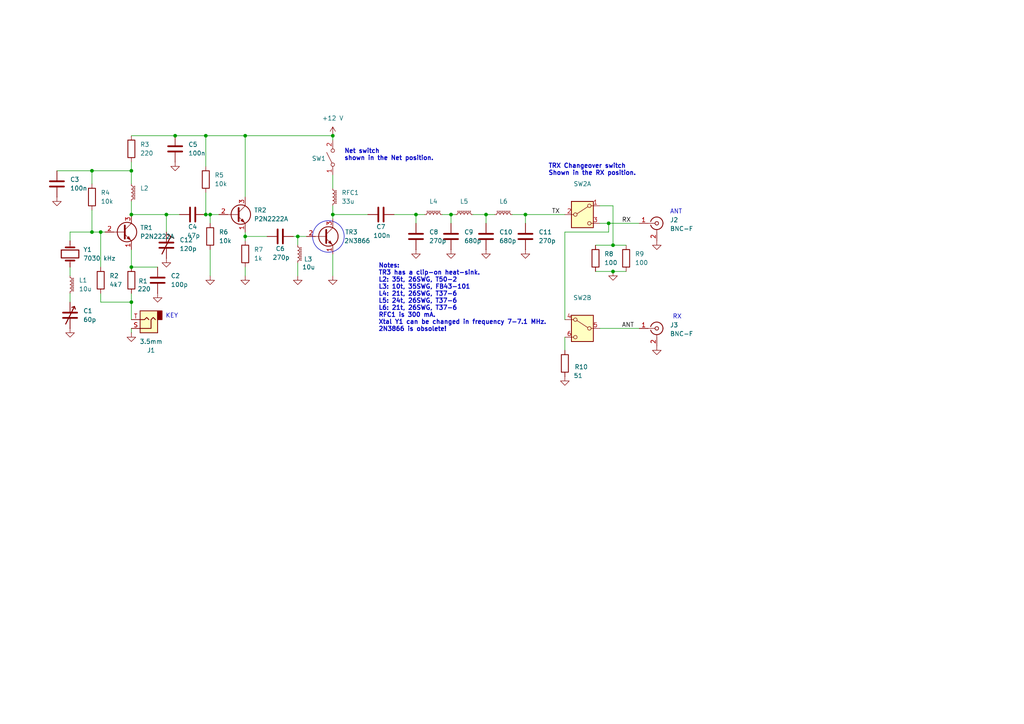
<source format=kicad_sch>
(kicad_sch (version 20250114) (generator "eeschema") (generator_version "9.0")
  (paper "A4")
  (title_block (title "40m QRP Transmitter") (date "2025-12-31") (rev "A"))
  (lib_symbols
    (symbol "Connector:Conn_Coaxial" (pin_names (offset 1.016) (hide yes))
      (property "Reference" "J" (at 0.254 3.048 0))
      (property "Value" "Conn_Coaxial" (at 2.921 0 90))
      (symbol "Conn_Coaxial_0_1"
        (polyline (pts (xy -2.54 0) (xy -0.508 0)))
        (arc (start 1.778 0) (mid 0.222 -1.8079) (end -1.778 -0.508) (stroke (width 0.254)))
        (arc (start -1.778 0.508) (mid 0.2221 1.8084) (end 1.778 0) (stroke (width 0.254)))
        (circle (center 0 0) (radius 0.508) (stroke (width 0.2032)))
        (polyline (pts (xy 0 -2.54) (xy 0 -1.778)))
      )
      (symbol "Conn_Coaxial_1_1"
        (pin passive line (at -5.08 0 0) (length 2.54) (name "In") (number "1"))
        (pin passive line (at 0 -5.08 90) (length 2.54) (name "Ext") (number "2"))
      )
    )
    (symbol "Connector_Audio:AudioJack2"
      (property "Reference" "J" (at 0 8.89 0))
      (property "Value" "AudioJack2" (at 0 6.35 0))
      (symbol "AudioJack2_0_1"
        (rectangle (start -3.81 0) (end -2.54 -2.54) (stroke (width 0.254)) (fill (type outline)))
        (rectangle (start -2.54 3.81) (end 2.54 -2.54) (stroke (width 0.254)) (fill (type background)))
        (polyline (pts (xy 0 0) (xy 0.635 -0.635) (xy 1.27 0) (xy 2.54 0)) (stroke (width 0.254)))
        (polyline (pts (xy 2.54 2.54) (xy -0.635 2.54) (xy -0.635 0) (xy -1.27 -0.635) (xy -1.905 0)) (stroke (width 0.254)))
      )
      (symbol "AudioJack2_1_1"
        (pin passive line (at 5.08 2.54 180) (length 2.54) (name "~") (number "S"))
        (pin passive line (at 5.08 0 180) (length 2.54) (name "~") (number "T"))
      )
    )
    (symbol "Device:C" (pin_numbers (hide yes)) (pin_names (offset 0.254))
      (property "Reference" "C" (at 0.635 2.54 0))
      (property "Value" "C" (at 0.635 -2.54 0))
      (symbol "C_0_1"
        (polyline (pts (xy -2.032 0.762) (xy 2.032 0.762)) (stroke (width 0.508)))
        (polyline (pts (xy -2.032 -0.762) (xy 2.032 -0.762)) (stroke (width 0.508)))
      )
      (symbol "C_1_1"
        (pin passive line (at 0 3.81 270) (length 2.794) (name "~") (number "1"))
        (pin passive line (at 0 -3.81 90) (length 2.794) (name "~") (number "2"))
      )
    )
    (symbol "Device:C_Trim" (pin_numbers (hide yes)) (pin_names (offset 0.254) (hide yes))
      (property "Reference" "C" (at 1.524 -2.032 0))
      (property "Value" "C_Trim" (at 3.048 -3.556 0))
      (symbol "C_Trim_0_1"
        (polyline (pts (xy -2.032 0.762) (xy 2.032 0.762)) (stroke (width 0.508)))
        (polyline (pts (xy -2.032 -0.762) (xy 2.032 -0.762)) (stroke (width 0.508)))
        (polyline (pts (xy 1.27 2.54) (xy -1.27 -2.54)) (stroke (width 0.3048)))
        (polyline (pts (xy 1.27 2.54) (xy 0.381 3.048)) (stroke (width 0.3048)))
        (polyline (pts (xy 1.27 2.54) (xy 2.159 2.032)) (stroke (width 0.3048)))
      )
      (symbol "C_Trim_1_1"
        (pin passive line (at 0 3.81 270) (length 3.048) (name "~") (number "1"))
        (pin passive line (at 0 -3.81 90) (length 3.048) (name "~") (number "2"))
      )
    )
    (symbol "Device:C_Variable" (pin_numbers (hide yes)) (pin_names (offset 0.254) (hide yes))
      (property "Reference" "C" (at 0.635 -1.905 0))
      (property "Value" "C_Variable" (at 0.635 -3.81 0))
      (symbol "C_Variable_0_1"
        (polyline (pts (xy -2.032 0.762) (xy 2.032 0.762)) (stroke (width 0.508)))
        (polyline (pts (xy -2.032 -0.762) (xy 2.032 -0.762)) (stroke (width 0.508)))
        (polyline (pts (xy 1.27 2.54) (xy -1.27 -2.54)) (stroke (width 0.3048)))
        (polyline (pts (xy 1.27 2.54) (xy 0.508 2.286)) (stroke (width 0.3048)))
        (polyline (pts (xy 1.27 2.54) (xy 1.524 1.778)) (stroke (width 0.3048)))
      )
      (symbol "C_Variable_1_1"
        (pin passive line (at 0 3.81 270) (length 3.048) (name "~") (number "1"))
        (pin passive line (at 0 -3.81 90) (length 3.048) (name "~") (number "2"))
      )
    )
    (symbol "Device:Crystal" (pin_numbers (hide yes)) (pin_names (offset 1.016) (hide yes))
      (property "Reference" "Y" (at 0 3.81 0))
      (property "Value" "Crystal" (at 0 -3.81 0))
      (symbol "Crystal_0_1"
        (polyline (pts (xy -2.54 0) (xy -1.905 0)))
        (polyline (pts (xy -1.905 -1.27) (xy -1.905 1.27)) (stroke (width 0.508)))
        (rectangle (start -1.143 2.54) (end 1.143 -2.54) (stroke (width 0.3048)))
        (polyline (pts (xy 1.905 -1.27) (xy 1.905 1.27)) (stroke (width 0.508)))
        (polyline (pts (xy 2.54 0) (xy 1.905 0)))
      )
      (symbol "Crystal_1_1"
        (pin passive line (at -3.81 0 0) (length 1.27) (name "1") (number "1"))
        (pin passive line (at 3.81 0 180) (length 1.27) (name "2") (number "2"))
      )
    )
    (symbol "Device:L_Ferrite_Small" (pin_numbers (hide yes)) (pin_names (offset 0.254) (hide yes))
      (property "Reference" "L" (at 1.27 1.016 0))
      (property "Value" "L_Ferrite_Small" (at 1.27 -1.27 0))
      (symbol "L_Ferrite_Small_0_1"
        (arc (start 0 2.032) (mid 0.5058 1.524) (end 0 1.016))
        (arc (start 0 1.016) (mid 0.5058 0.508) (end 0 0))
        (arc (start 0 0) (mid 0.5058 -0.508) (end 0 -1.016))
        (arc (start 0 -1.016) (mid 0.5058 -1.524) (end 0 -2.032))
        (polyline (pts (xy 0.762 1.651) (xy 0.762 1.905)))
        (polyline (pts (xy 0.762 1.143) (xy 0.762 1.397)))
        (polyline (pts (xy 0.762 0.635) (xy 0.762 0.889)))
        (polyline (pts (xy 0.762 0.127) (xy 0.762 0.381)))
        (polyline (pts (xy 0.762 -0.381) (xy 0.762 -0.127)))
        (polyline (pts (xy 0.762 -0.889) (xy 0.762 -0.635)))
        (polyline (pts (xy 0.762 -1.397) (xy 0.762 -1.143)))
        (polyline (pts (xy 0.762 -1.905) (xy 0.762 -1.651)))
        (polyline (pts (xy 1.016 1.905) (xy 1.016 1.651)))
        (polyline (pts (xy 1.016 1.397) (xy 1.016 1.143)))
        (polyline (pts (xy 1.016 0.889) (xy 1.016 0.635)))
        (polyline (pts (xy 1.016 0.381) (xy 1.016 0.127)))
        (polyline (pts (xy 1.016 -0.127) (xy 1.016 -0.381)))
        (polyline (pts (xy 1.016 -0.635) (xy 1.016 -0.889)))
        (polyline (pts (xy 1.016 -1.143) (xy 1.016 -1.397)))
        (polyline (pts (xy 1.016 -1.651) (xy 1.016 -1.905)))
      )
      (symbol "L_Ferrite_Small_1_1"
        (pin passive line (at 0 2.54 270) (length 0.508) (name "~") (number "1"))
        (pin passive line (at 0 -2.54 90) (length 0.508) (name "~") (number "2"))
      )
    )
    (symbol "Device:R" (pin_numbers (hide yes)) (pin_names (offset 0))
      (property "Reference" "R" (at 2.032 0 90))
      (property "Value" "R" (at 0 0 90))
      (symbol "R_0_1"
        (rectangle (start -1.016 -2.54) (end 1.016 2.54) (stroke (width 0.254)))
      )
      (symbol "R_1_1"
        (pin passive line (at 0 3.81 270) (length 1.27) (name "~") (number "1"))
        (pin passive line (at 0 -3.81 90) (length 1.27) (name "~") (number "2"))
      )
    )
    (symbol "Switch:SW_DPDT_x2" (pin_names (offset 0) (hide yes))
      (property "Reference" "SW" (at 0 5.08 0))
      (property "Value" "SW_DPDT_x2" (at 0 -5.08 0))
      (symbol "SW_DPDT_x2_0_0"
        (circle (center -2.032 0) (radius 0.508))
        (circle (center 2.032 -2.54) (radius 0.508))
      )
      (symbol "SW_DPDT_x2_0_1"
        (rectangle (start -3.175 3.81) (end 3.175 -3.81) (stroke (width 0.254)) (fill (type background)))
        (polyline (pts (xy -1.524 0.254) (xy 1.5748 2.286)))
        (circle (center 2.032 2.54) (radius 0.508))
      )
      (symbol "SW_DPDT_x2_1_1"
        (pin passive line (at -5.08 0 0) (length 2.54) (name "B") (number "2"))
        (pin passive line (at 5.08 2.54 180) (length 2.54) (name "A") (number "1"))
        (pin passive line (at 5.08 -2.54 180) (length 2.54) (name "C") (number "3"))
      )
      (symbol "SW_DPDT_x2_2_1"
        (pin passive line (at -5.08 0 0) (length 2.54) (name "B") (number "5"))
        (pin passive line (at 5.08 2.54 180) (length 2.54) (name "A") (number "4"))
        (pin passive line (at 5.08 -2.54 180) (length 2.54) (name "C") (number "6"))
      )
    )
    (symbol "Switch:SW_SPST" (pin_names (offset 0) (hide yes))
      (property "Reference" "SW" (at 0 3.175 0))
      (property "Value" "SW_SPST" (at 0 -2.54 0))
      (symbol "SW_SPST_0_0"
        (circle (center -2.032 0) (radius 0.508))
        (polyline (pts (xy -1.524 0.254) (xy 1.524 1.778)))
        (circle (center 2.032 0) (radius 0.508))
      )
      (symbol "SW_SPST_1_1"
        (pin passive line (at -5.08 0 0) (length 2.54) (name "A") (number "1"))
        (pin passive line (at 5.08 0 180) (length 2.54) (name "B") (number "2"))
      )
    )
    (symbol "Transistor_BJT:2N3904" (pin_names (offset 0) (hide yes))
      (property "Reference" "Q" (at 5.08 1.905 0))
      (property "Value" "2N3904" (at 5.08 0 0))
      (symbol "2N3904_0_1"
        (polyline (pts (xy -2.54 0) (xy 0.635 0)))
        (polyline (pts (xy 0.635 1.905) (xy 0.635 -1.905)) (stroke (width 0.508)))
        (circle (center 1.27 0) (radius 2.8194) (stroke (width 0.254)))
      )
      (symbol "2N3904_1_1"
        (polyline (pts (xy 0.635 0.635) (xy 2.54 2.54)))
        (polyline (pts (xy 0.635 -0.635) (xy 2.54 -2.54)))
        (polyline (pts (xy 1.27 -1.778) (xy 1.778 -1.27) (xy 2.286 -2.286) (xy 1.27 -1.778)) (fill (type outline)))
        (pin input line (at -5.08 0 0) (length 2.54) (name "B") (number "2"))
        (pin passive line (at 2.54 5.08 270) (length 2.54) (name "C") (number "3"))
        (pin passive line (at 2.54 -5.08 90) (length 2.54) (name "E") (number "1"))
      )
    )
    (symbol "power:GND" (power) (pin_numbers (hide yes)) (pin_names (offset 0) (hide yes))
      (property "Value" "GND" (at 0 -3.81 0))
      (symbol "GND_0_1"
        (polyline (pts (xy 0 0) (xy 0 -1.27) (xy 1.27 -1.27) (xy 0 -2.54) (xy -1.27 -1.27) (xy 0 -1.27)))
      )
      (symbol "GND_1_1"
        (pin power_in line (at 0 0 270) (length 0) (name "~") (number "1"))
      )
    )
    (symbol "power:VCC" (power) (pin_numbers (hide yes)) (pin_names (offset 0) (hide yes))
      (property "Value" "VCC" (at 0 3.556 0))
      (symbol "VCC_0_1"
        (polyline (pts (xy -0.762 1.27) (xy 0 2.54)))
        (polyline (pts (xy 0 2.54) (xy 0.762 1.27)))
        (polyline (pts (xy 0 0) (xy 0 2.54)))
      )
      (symbol "VCC_1_1"
        (pin power_in line (at 0 0 90) (length 0) (name "~") (number "1"))
      )
    )
    (symbol "qrp_tx_Library:2N3866" (pin_names (offset 0) (hide yes))
      (property "Reference" "TR" (at 5.08 1.905 0))
      (property "Value" "2N3866" (at 5.08 0 0))
      (symbol "2N3866_0_1"
        (polyline (pts (xy -2.54 0) (xy 0.635 0)))
        (polyline (pts (xy 0.635 1.905) (xy 0.635 -1.905)) (stroke (width 0.508)))
        (circle (center 1.27 0) (radius 2.8194) (stroke (width 0.254)))
      )
      (symbol "2N3866_1_1"
        (polyline (pts (xy 0.635 0.635) (xy 2.54 2.54)))
        (polyline (pts (xy 0.635 -0.635) (xy 2.54 -2.54)))
        (polyline (pts (xy 1.27 -1.778) (xy 1.778 -1.27) (xy 2.286 -2.286) (xy 1.27 -1.778)) (fill (type outline)))
        (pin input line (at -5.08 0 0) (length 2.54) (name "B") (number "2"))
        (pin passive line (at 2.54 5.08 270) (length 2.54) (name "C") (number "3"))
        (pin passive line (at 2.54 -5.08 90) (length 2.54) (name "E") (number "1"))
      )
    )
  )
  (circle (center 95.25 68.58) (radius 4.5791))
  (text "Notes:\nTR3 has a clip-on heat-sink.\nL2: 35t, 26SWG, T50-2\nL3: 10t, 35SWG, FB43-101\nL4: 21t, 26SWG, T37-6\nL5: 24t, 26SWG, T37-6\nL6: 21t, 26SWG, T37-6\nRFC1 is 300 mA.\nXtal Y1 can be changed in frequency 7-7.1 MHz.\n2N3866 is obsolete!" (at 109.728 86.36 0) (effects (font (size 1.27 1.27) (thickness 0.254) (bold yes)) (justify left)))
  (text "Net switch\nshown in the Net position." (at 99.822 44.958 0) (effects (font (size 1.27 1.27) (thickness 0.254) (bold yes)) (justify left)))
  (text "KEY" (at 48.006 91.694 0) (effects (font (size 1.27 1.27)) (justify left)))
  (text "ANT" (at 194.31 61.468 0) (effects (font (size 1.27 1.27)) (justify left)))
  (text "TRX Changeover switch\nShown in the RX position." (at 159.004 49.276 0) (effects (font (size 1.27 1.27) (thickness 0.254) (bold yes)) (justify left)))
  (text "RX" (at 195.072 91.948 0) (effects (font (size 1.27 1.27)) (justify left)))
  (junction (at 48.26 62.23))
  (junction (at 26.67 67.31))
  (junction (at 60.96 62.23))
  (junction (at 38.1 62.23))
  (junction (at 177.8 71.12))
  (junction (at 96.52 62.23))
  (junction (at 38.1 87.63))
  (junction (at 38.1 49.53))
  (junction (at 26.67 49.53))
  (junction (at 71.12 39.37))
  (junction (at 140.97 62.23))
  (junction (at 38.1 77.47))
  (junction (at 176.53 64.77))
  (junction (at 86.36 68.58))
  (junction (at 120.65 62.23))
  (junction (at 59.69 62.23))
  (junction (at 130.81 62.23))
  (junction (at 71.12 68.58))
  (junction (at 59.69 39.37))
  (junction (at 96.52 39.37))
  (junction (at 152.4 62.23))
  (junction (at 50.8 39.37))
  (junction (at 29.21 67.31))
  (junction (at 177.8 78.74))
  (wire (pts (xy 140.97 62.23) (xy 140.97 64.77)))
  (wire (pts (xy 60.96 62.23) (xy 63.5 62.23)))
  (wire (pts (xy 29.21 67.31) (xy 26.67 67.31)))
  (wire (pts (xy 96.52 50.8) (xy 96.52 54.61)))
  (wire (pts (xy 177.8 78.74) (xy 181.61 78.74)))
  (wire (pts (xy 20.32 85.09) (xy 20.32 87.63)))
  (wire (pts (xy 96.52 59.69) (xy 96.52 62.23)))
  (wire (pts (xy 38.1 72.39) (xy 38.1 77.47)))
  (wire (pts (xy 29.21 85.09) (xy 29.21 87.63)))
  (wire (pts (xy 26.67 60.96) (xy 26.67 67.31)))
  (wire (pts (xy 48.26 62.23) (xy 52.07 62.23)))
  (wire (pts (xy 38.1 85.09) (xy 38.1 87.63)))
  (wire (pts (xy 48.26 62.23) (xy 48.26 67.31)))
  (wire (pts (xy 177.8 59.69) (xy 177.8 71.12)))
  (wire (pts (xy 86.36 68.58) (xy 88.9 68.58)))
  (wire (pts (xy 152.4 62.23) (xy 163.83 62.23)))
  (wire (pts (xy 29.21 87.63) (xy 38.1 87.63)))
  (wire (pts (xy 163.83 67.31) (xy 176.53 67.31)))
  (wire (pts (xy 172.72 78.74) (xy 177.8 78.74)))
  (wire (pts (xy 176.53 64.77) (xy 185.42 64.77)))
  (wire (pts (xy 148.59 62.23) (xy 152.4 62.23)))
  (wire (pts (xy 96.52 73.66) (xy 96.52 80.01)))
  (wire (pts (xy 173.99 95.25) (xy 185.42 95.25)))
  (wire (pts (xy 59.69 62.23) (xy 60.96 62.23)))
  (wire (pts (xy 137.16 62.23) (xy 140.97 62.23)))
  (wire (pts (xy 20.32 67.31) (xy 20.32 69.85)))
  (wire (pts (xy 26.67 49.53) (xy 38.1 49.53)))
  (wire (pts (xy 173.99 59.69) (xy 177.8 59.69)))
  (wire (pts (xy 38.1 95.25) (xy 38.1 96.52)))
  (wire (pts (xy 38.1 62.23) (xy 48.26 62.23)))
  (wire (pts (xy 71.12 39.37) (xy 96.52 39.37)))
  (wire (pts (xy 38.1 46.99) (xy 38.1 49.53)))
  (wire (pts (xy 16.51 49.53) (xy 26.67 49.53)))
  (wire (pts (xy 163.83 92.71) (xy 163.83 67.31)))
  (wire (pts (xy 96.52 62.23) (xy 96.52 63.5)))
  (wire (pts (xy 71.12 80.01) (xy 71.12 77.47)))
  (wire (pts (xy 176.53 67.31) (xy 176.53 64.77)))
  (wire (pts (xy 26.67 53.34) (xy 26.67 49.53)))
  (wire (pts (xy 59.69 39.37) (xy 50.8 39.37)))
  (wire (pts (xy 50.8 39.37) (xy 38.1 39.37)))
  (wire (pts (xy 71.12 39.37) (xy 59.69 39.37)))
  (wire (pts (xy 120.65 62.23) (xy 120.65 64.77)))
  (wire (pts (xy 59.69 55.88) (xy 59.69 62.23)))
  (wire (pts (xy 128.27 62.23) (xy 130.81 62.23)))
  (wire (pts (xy 114.3 62.23) (xy 120.65 62.23)))
  (wire (pts (xy 60.96 62.23) (xy 60.96 64.77)))
  (wire (pts (xy 152.4 62.23) (xy 152.4 64.77)))
  (wire (pts (xy 130.81 62.23) (xy 130.81 64.77)))
  (wire (pts (xy 163.83 97.79) (xy 163.83 101.6)))
  (wire (pts (xy 29.21 67.31) (xy 29.21 77.47)))
  (wire (pts (xy 71.12 39.37) (xy 71.12 57.15)))
  (wire (pts (xy 71.12 68.58) (xy 71.12 69.85)))
  (wire (pts (xy 85.09 68.58) (xy 86.36 68.58)))
  (wire (pts (xy 71.12 68.58) (xy 77.47 68.58)))
  (wire (pts (xy 30.48 67.31) (xy 29.21 67.31)))
  (wire (pts (xy 38.1 77.47) (xy 45.72 77.47)))
  (wire (pts (xy 86.36 71.12) (xy 86.36 68.58)))
  (wire (pts (xy 140.97 62.23) (xy 143.51 62.23)))
  (wire (pts (xy 173.99 64.77) (xy 176.53 64.77)))
  (wire (pts (xy 172.72 71.12) (xy 177.8 71.12)))
  (wire (pts (xy 130.81 62.23) (xy 132.08 62.23)))
  (wire (pts (xy 177.8 71.12) (xy 181.61 71.12)))
  (wire (pts (xy 86.36 76.2) (xy 86.36 80.01)))
  (wire (pts (xy 38.1 49.53) (xy 38.1 53.34)))
  (wire (pts (xy 38.1 92.71) (xy 38.1 87.63)))
  (wire (pts (xy 26.67 67.31) (xy 20.32 67.31)))
  (wire (pts (xy 96.52 62.23) (xy 106.68 62.23)))
  (wire (pts (xy 96.52 39.37) (xy 96.52 40.64)))
  (wire (pts (xy 60.96 72.39) (xy 60.96 80.01)))
  (wire (pts (xy 71.12 67.31) (xy 71.12 68.58)))
  (wire (pts (xy 20.32 80.01) (xy 20.32 77.47)))
  (wire (pts (xy 59.69 48.26) (xy 59.69 39.37)))
  (wire (pts (xy 38.1 58.42) (xy 38.1 62.23)))
  (wire (pts (xy 120.65 62.23) (xy 123.19 62.23)))
  (label "RX" (at 180.34 64.77 0))
  (label "TX" (at 160.02 62.23 0))
  (label "ANT" (at 180.34 95.25 0))
  (symbol (lib_id "Device:C") (at 110.49 62.23 90) (unit 1)
    (property "Reference" "C7" (at 110.49 65.786 90))
    (property "Value" "100n" (at 110.744 68.326 90))
    (property "Description" "Unpolarized capacitor" (effects (hide yes)))
  )
  (symbol (lib_id "Device:C_Variable") (at 20.32 91.44 0) (unit 1)
    (property "Reference" "C1" (at 24.13 90.1699 0) (effects (justify left)))
    (property "Value" "60p" (at 24.13 92.7099 0) (effects (justify left)))
    (property "Description" "Variable capacitor" (effects (hide yes)))
  )
  (symbol (lib_id "power:GND") (at 20.32 95.25 0) (unit 1)
    (property "Reference" "#PWR01" (effects (hide yes)))
    (property "Value" "GND" (effects (hide yes)))
    (property "Description" "Power symbol creates a global label with name \"GND\" , ground" (effects (hide yes)))
  )
  (symbol (lib_id "Device:L_Ferrite_Small") (at 134.62 62.23 90) (unit 1)
    (property "Reference" "L5" (at 134.62 58.42 90))
    (property "Value" "10u" (effects (hide yes)))
    (property "Description" "24t 26SWG, T37-6" (effects (hide yes)))
  )
  (symbol (lib_id "Device:C_Trim") (at 48.26 71.12 0) (unit 1)
    (property "Reference" "C12" (at 52.07 69.5959 0) (effects (justify left)))
    (property "Value" "120p" (at 52.07 72.1359 0) (effects (justify left)))
    (property "Description" "Trimmable capacitor" (effects (hide yes)))
  )
  (symbol (lib_id "power:GND") (at 152.4 72.39 0) (unit 1)
    (property "Reference" "#PWR011" (effects (hide yes)))
    (property "Value" "GND" (effects (hide yes)))
    (property "Description" "Power symbol creates a global label with name \"GND\" , ground" (effects (hide yes)))
  )
  (symbol (lib_id "Device:R") (at 71.12 73.66 0) (unit 1)
    (property "Reference" "R7" (at 73.66 72.3899 0) (effects (justify left)))
    (property "Value" "1k" (at 73.66 74.9299 0) (effects (justify left)))
    (property "Description" "Resistor" (effects (hide yes)))
  )
  (symbol (lib_id "Connector_Audio:AudioJack2") (at 43.18 92.71 180) (unit 1)
    (property "Reference" "J1" (at 43.815 101.6 0))
    (property "Value" "3.5mm" (at 43.815 99.06 0))
    (property "Description" "Audio Jack, 2 Poles (Mono / TS)" (effects (hide yes)))
  )
  (symbol (lib_id "Device:C") (at 130.81 68.58 0) (unit 1)
    (property "Reference" "C9" (at 134.62 67.3099 0) (effects (justify left)))
    (property "Value" "680p" (at 134.62 69.8499 0) (effects (justify left)))
    (property "Description" "Unpolarized capacitor" (effects (hide yes)))
  )
  (symbol (lib_id "power:GND") (at 140.97 72.39 0) (unit 1)
    (property "Reference" "#PWR010" (effects (hide yes)))
    (property "Value" "GND" (effects (hide yes)))
    (property "Description" "Power symbol creates a global label with name \"GND\" , ground" (effects (hide yes)))
  )
  (symbol (lib_id "Switch:SW_DPDT_x2") (at 168.91 95.25 0) (mirror y) (unit 2)
    (property "Reference" "SW2" (at 168.91 86.36 0))
    (property "Value" "SW_DPDT_x2" (effects (hide yes)))
    (property "Description" "Switch, dual pole double throw, separate symbols" (effects (hide yes)))
  )
  (symbol (lib_id "power:GND") (at 45.72 85.09 0) (unit 1)
    (property "Reference" "#PWR02" (effects (hide yes)))
    (property "Value" "GND" (effects (hide yes)))
    (property "Description" "Power symbol creates a global label with name \"GND\" , ground" (effects (hide yes)))
  )
  (symbol (lib_id "power:GND") (at 96.52 80.01 0) (unit 1)
    (property "Reference" "#PWR07" (effects (hide yes)))
    (property "Value" "GND" (effects (hide yes)))
    (property "Description" "Power symbol creates a global label with name \"GND\" , ground" (effects (hide yes)))
  )
  (symbol (lib_id "Switch:SW_SPST") (at 96.52 45.72 90) (unit 1)
    (property "Reference" "SW1" (at 90.424 45.974 90) (effects (justify right)))
    (property "Value" "SW_SPST" (effects (hide yes)))
    (property "Description" "Single Pole Single Throw (SPST) switch" (effects (hide yes)))
  )
  (symbol (lib_id "qrp_tx_Library:2N3866") (at 93.98 68.58 0) (unit 1)
    (property "Reference" "TR3" (at 100.076 67.31 0) (effects (justify left)))
    (property "Value" "2N3866" (at 99.822 69.85 0) (effects (justify left)))
    (property "Footprint" "Package_TO_SOT_THT:TO-39-3" (effects (hide yes)))
    (property "Datasheet" "https://www.lcsc.com/datasheet/C17216354.pdf" (effects (hide yes)))
    (property "Description" "RF 55V VCEbr NPN Transistor, TO-39" (effects (hide yes)))
  )
  (symbol (lib_id "Device:C") (at 81.28 68.58 90) (unit 1)
    (property "Reference" "C6" (at 81.28 72.136 90))
    (property "Value" "270p" (at 81.534 74.676 90))
    (property "Description" "Unpolarized capacitor" (effects (hide yes)))
  )
  (symbol (lib_id "Device:R") (at 59.69 52.07 0) (unit 1)
    (property "Reference" "R5" (at 62.23 50.7999 0) (effects (justify left)))
    (property "Value" "10k" (at 62.23 53.3399 0) (effects (justify left)))
    (property "Description" "Resistor" (effects (hide yes)))
  )
  (symbol (lib_id "Transistor_BJT:2N3904") (at 35.56 67.31 0) (unit 1)
    (property "Reference" "TR1" (at 40.64 66.0399 0) (effects (justify left)))
    (property "Value" "P2N2222A" (at 40.64 68.5799 0) (effects (justify left)))
    (property "Footprint" "Package_TO_SOT_THT:TO-92_Inline" (effects (hide yes)))
    (property "Datasheet" "https://www.onsemi.com/products/discrete-power-modules/general-purpose-and-low-vcesat-transistors/p2n2222a" (effects (hide yes)))
    (property "Description" "Small Signal NPN Transistor, TO-92" (effects (hide yes)))
  )
  (symbol (lib_id "Device:C") (at 152.4 68.58 0) (unit 1)
    (property "Reference" "C11" (at 156.21 67.3099 0) (effects (justify left)))
    (property "Value" "270p" (at 156.21 69.8499 0) (effects (justify left)))
    (property "Description" "Unpolarized capacitor" (effects (hide yes)))
  )
  (symbol (lib_id "Device:C") (at 55.88 62.23 90) (unit 1)
    (property "Reference" "C4" (at 55.88 65.786 90))
    (property "Value" "47p" (at 56.134 68.326 90))
    (property "Description" "Unpolarized capacitor" (effects (hide yes)))
  )
  (symbol (lib_id "Device:C") (at 50.8 43.18 0) (unit 1)
    (property "Reference" "C5" (at 54.61 41.9099 0) (effects (justify left)))
    (property "Value" "100n" (at 54.61 44.4499 0) (effects (justify left)))
    (property "Description" "Unpolarized capacitor" (effects (hide yes)))
  )
  (symbol (lib_id "power:GND") (at 71.12 80.01 0) (unit 1)
    (property "Reference" "#PWR018" (effects (hide yes)))
    (property "Value" "GND" (effects (hide yes)))
    (property "Description" "Power symbol creates a global label with name \"GND\" , ground" (effects (hide yes)))
  )
  (symbol (lib_id "power:GND") (at 190.5 69.85 0) (unit 1)
    (property "Reference" "#PWR012" (effects (hide yes)))
    (property "Value" "GND" (effects (hide yes)))
    (property "Description" "Power symbol creates a global label with name \"GND\" , ground" (effects (hide yes)))
  )
  (symbol (lib_id "Device:R") (at 38.1 81.28 0) (unit 1)
    (property "Reference" "R1" (at 40.132 81.534 0) (effects (justify left)))
    (property "Value" "220" (at 39.878 83.82 0) (effects (justify left)))
    (property "Description" "Resistor" (effects (hide yes)))
  )
  (symbol (lib_id "power:GND") (at 177.8 78.74 0) (unit 1)
    (property "Reference" "#PWR013" (effects (hide yes)))
    (property "Value" "GND" (effects (hide yes)))
    (property "Description" "Power symbol creates a global label with name \"GND\" , ground" (effects (hide yes)))
  )
  (symbol (lib_id "Device:L_Ferrite_Small") (at 96.52 57.15 0) (unit 1)
    (property "Reference" "RFC1" (at 99.06 55.8799 0) (effects (justify left)))
    (property "Value" "33u" (at 99.06 58.4199 0) (effects (justify left)))
    (property "Description" "RF choke" (effects (hide yes)))
  )
  (symbol (lib_id "Device:R") (at 181.61 74.93 0) (unit 1)
    (property "Reference" "R9" (at 184.15 73.6599 0) (effects (justify left)))
    (property "Value" "100" (at 184.15 76.1999 0) (effects (justify left)))
    (property "Description" "2 W non-wirewound" (effects (hide yes)))
  )
  (symbol (lib_id "power:GND") (at 120.65 72.39 0) (unit 1)
    (property "Reference" "#PWR08" (effects (hide yes)))
    (property "Value" "GND" (effects (hide yes)))
    (property "Description" "Power symbol creates a global label with name \"GND\" , ground" (effects (hide yes)))
  )
  (symbol (lib_id "Device:L_Ferrite_Small") (at 20.32 82.55 0) (unit 1)
    (property "Reference" "L1" (at 22.86 81.2799 0) (effects (justify left)))
    (property "Value" "10u" (at 22.86 83.8199 0) (effects (justify left)))
    (property "Description" "RF choke" (effects (hide yes)))
  )
  (symbol (lib_id "Connector:Conn_Coaxial") (at 190.5 64.77 0) (unit 1)
    (property "Reference" "J2" (at 194.31 63.7931 0) (effects (justify left)))
    (property "Value" "BNC-F" (at 194.31 66.3331 0) (effects (justify left)))
    (property "Description" "coaxial connector (BNC, SMA, SMB, SMC, Cinch/RCA, LEMO, ...)" (effects (hide yes)))
  )
  (symbol (lib_id "Device:R") (at 26.67 57.15 0) (unit 1)
    (property "Reference" "R4" (at 29.21 55.8799 0) (effects (justify left)))
    (property "Value" "10k" (at 29.21 58.4199 0) (effects (justify left)))
    (property "Description" "Resistor" (effects (hide yes)))
  )
  (symbol (lib_id "power:GND") (at 190.5 100.33 0) (unit 1)
    (property "Reference" "#PWR014" (effects (hide yes)))
    (property "Value" "GND" (effects (hide yes)))
    (property "Description" "Power symbol creates a global label with name \"GND\" , ground" (effects (hide yes)))
  )
  (symbol (lib_id "power:GND") (at 86.36 80.01 0) (unit 1)
    (property "Reference" "#PWR019" (effects (hide yes)))
    (property "Value" "GND" (effects (hide yes)))
    (property "Description" "Power symbol creates a global label with name \"GND\" , ground" (effects (hide yes)))
  )
  (symbol (lib_id "Device:L_Ferrite_Small") (at 38.1 55.88 0) (unit 1)
    (property "Reference" "L2" (at 40.64 54.6099 0) (effects (justify left)))
    (property "Value" "5.4u" (effects (hide yes)))
    (property "Description" "35t 26SWG on T50-2" (effects (hide yes)))
  )
  (symbol (lib_id "Device:Crystal") (at 20.32 73.66 90) (unit 1)
    (property "Reference" "Y1" (at 24.13 72.3899 90) (effects (justify right)))
    (property "Value" "7030 kHz" (at 24.13 74.9299 90) (effects (justify right)))
    (property "Description" "Two pin crystal" (effects (hide yes)))
  )
  (symbol (lib_id "Device:R") (at 172.72 74.93 0) (unit 1)
    (property "Reference" "R8" (at 175.26 73.6599 0) (effects (justify left)))
    (property "Value" "100" (at 175.26 76.1999 0) (effects (justify left)))
    (property "Description" "2 W non-wirewound" (effects (hide yes)))
  )
  (symbol (lib_id "Device:R") (at 60.96 68.58 0) (unit 1)
    (property "Reference" "R6" (at 63.5 67.3099 0) (effects (justify left)))
    (property "Value" "10k" (at 63.5 69.8499 0) (effects (justify left)))
    (property "Description" "Resistor" (effects (hide yes)))
  )
  (symbol (lib_id "power:VCC") (at 96.52 39.37 0) (unit 1)
    (property "Reference" "#PWR017" (effects (hide yes)))
    (property "Value" "+12 V" (at 96.52 34.29 0))
    (property "Description" "Power symbol creates a global label with name \"VCC\"" (effects (hide yes)))
  )
  (symbol (lib_id "Device:C") (at 140.97 68.58 0) (unit 1)
    (property "Reference" "C10" (at 144.78 67.3099 0) (effects (justify left)))
    (property "Value" "680p" (at 144.78 69.8499 0) (effects (justify left)))
    (property "Description" "Unpolarized capacitor" (effects (hide yes)))
  )
  (symbol (lib_id "Device:L_Ferrite_Small") (at 86.36 73.66 0) (unit 1)
    (property "Reference" "L3" (at 88.138 75.184 0) (effects (justify left)))
    (property "Value" "10u" (at 87.63 77.47 0) (effects (justify left)))
    (property "Description" "RF choke" (effects (hide yes)))
  )
  (symbol (lib_id "Device:R") (at 38.1 43.18 0) (unit 1)
    (property "Reference" "R3" (at 40.64 41.9099 0) (effects (justify left)))
    (property "Value" "220" (at 40.64 44.4499 0) (effects (justify left)))
    (property "Description" "Resistor" (effects (hide yes)))
  )
  (symbol (lib_id "power:GND") (at 48.26 74.93 0) (unit 1)
    (property "Reference" "#PWR016" (effects (hide yes)))
    (property "Value" "GND" (effects (hide yes)))
    (property "Description" "Power symbol creates a global label with name \"GND\" , ground" (effects (hide yes)))
  )
  (symbol (lib_id "power:GND") (at 50.8 46.99 0) (unit 1)
    (property "Reference" "#PWR06" (effects (hide yes)))
    (property "Value" "GND" (effects (hide yes)))
    (property "Description" "Power symbol creates a global label with name \"GND\" , ground" (effects (hide yes)))
  )
  (symbol (lib_id "power:GND") (at 60.96 80.01 0) (unit 1)
    (property "Reference" "#PWR05" (effects (hide yes)))
    (property "Value" "GND" (effects (hide yes)))
    (property "Description" "Power symbol creates a global label with name \"GND\" , ground" (effects (hide yes)))
  )
  (symbol (lib_id "power:GND") (at 130.81 72.39 0) (unit 1)
    (property "Reference" "#PWR09" (effects (hide yes)))
    (property "Value" "GND" (effects (hide yes)))
    (property "Description" "Power symbol creates a global label with name \"GND\" , ground" (effects (hide yes)))
  )
  (symbol (lib_id "Device:C") (at 45.72 81.28 0) (unit 1)
    (property "Reference" "C2" (at 49.53 80.0099 0) (effects (justify left)))
    (property "Value" "100p" (at 49.53 82.5499 0) (effects (justify left)))
    (property "Description" "Unpolarized capacitor" (effects (hide yes)))
  )
  (symbol (lib_id "power:GND") (at 38.1 96.52 0) (unit 1)
    (property "Reference" "#PWR03" (effects (hide yes)))
    (property "Value" "GND" (effects (hide yes)))
    (property "Description" "Power symbol creates a global label with name \"GND\" , ground" (effects (hide yes)))
  )
  (symbol (lib_id "Device:C") (at 16.51 53.34 0) (unit 1)
    (property "Reference" "C3" (at 20.32 52.0699 0) (effects (justify left)))
    (property "Value" "100n" (at 20.32 54.6099 0) (effects (justify left)))
    (property "Description" "Unpolarized capacitor" (effects (hide yes)))
  )
  (symbol (lib_id "Device:L_Ferrite_Small") (at 125.73 62.23 90) (unit 1)
    (property "Reference" "L4" (at 125.73 58.42 90))
    (property "Value" "10u" (effects (hide yes)))
    (property "Description" "21t 26SWG, T37-6" (effects (hide yes)))
  )
  (symbol (lib_id "Switch:SW_DPDT_x2") (at 168.91 62.23 0) (unit 1)
    (property "Reference" "SW2" (at 168.91 53.34 0))
    (property "Value" "SW_DPDT_x2" (effects (hide yes)))
    (property "Description" "Switch, dual pole double throw, separate symbols" (effects (hide yes)))
  )
  (symbol (lib_id "Connector:Conn_Coaxial") (at 190.5 95.25 0) (unit 1)
    (property "Reference" "J3" (at 194.31 94.2731 0) (effects (justify left)))
    (property "Value" "BNC-F" (at 194.31 96.8131 0) (effects (justify left)))
    (property "Description" "coaxial connector (BNC, SMA, SMB, SMC, Cinch/RCA, LEMO, ...)" (effects (hide yes)))
  )
  (symbol (lib_id "power:GND") (at 163.83 109.22 0) (unit 1)
    (property "Reference" "#PWR015" (effects (hide yes)))
    (property "Value" "GND" (effects (hide yes)))
    (property "Description" "Power symbol creates a global label with name \"GND\" , ground" (effects (hide yes)))
  )
  (symbol (lib_id "Transistor_BJT:2N3904") (at 68.58 62.23 0) (unit 1)
    (property "Reference" "TR2" (at 73.66 60.9599 0) (effects (justify left)))
    (property "Value" "P2N2222A" (at 73.66 63.4999 0) (effects (justify left)))
    (property "Footprint" "Package_TO_SOT_THT:TO-92_Inline" (effects (hide yes)))
    (property "Datasheet" "https://www.onsemi.com/products/discrete-power-modules/general-purpose-and-low-vcesat-transistors/p2n2222a" (effects (hide yes)))
    (property "Description" "Small Signal NPN Transistor, TO-92" (effects (hide yes)))
  )
  (symbol (lib_id "Device:L_Ferrite_Small") (at 146.05 62.23 90) (unit 1)
    (property "Reference" "L6" (at 146.05 58.42 90))
    (property "Value" "10u" (effects (hide yes)))
    (property "Description" "21t 26SWG, T37-6" (effects (hide yes)))
  )
  (symbol (lib_id "power:GND") (at 16.51 57.15 0) (unit 1)
    (property "Reference" "#PWR04" (effects (hide yes)))
    (property "Value" "GND" (effects (hide yes)))
    (property "Description" "Power symbol creates a global label with name \"GND\" , ground" (effects (hide yes)))
  )
  (symbol (lib_id "Device:R") (at 29.21 81.28 0) (unit 1)
    (property "Reference" "R2" (at 31.75 80.0099 0) (effects (justify left)))
    (property "Value" "4k7" (at 31.75 82.5499 0) (effects (justify left)))
    (property "Description" "Resistor" (effects (hide yes)))
  )
  (symbol (lib_id "Device:C") (at 120.65 68.58 0) (unit 1)
    (property "Reference" "C8" (at 124.46 67.3099 0) (effects (justify left)))
    (property "Value" "270p" (at 124.46 69.8499 0) (effects (justify left)))
    (property "Description" "Unpolarized capacitor" (effects (hide yes)))
  )
  (symbol (lib_id "Device:R") (at 163.83 105.41 0) (unit 1)
    (property "Reference" "R10" (at 166.624 106.426 0) (effects (justify left)))
    (property "Value" "51" (at 166.37 108.966 0) (effects (justify left)))
    (property "Description" "Resistor" (effects (hide yes)))
  )
)
</source>
